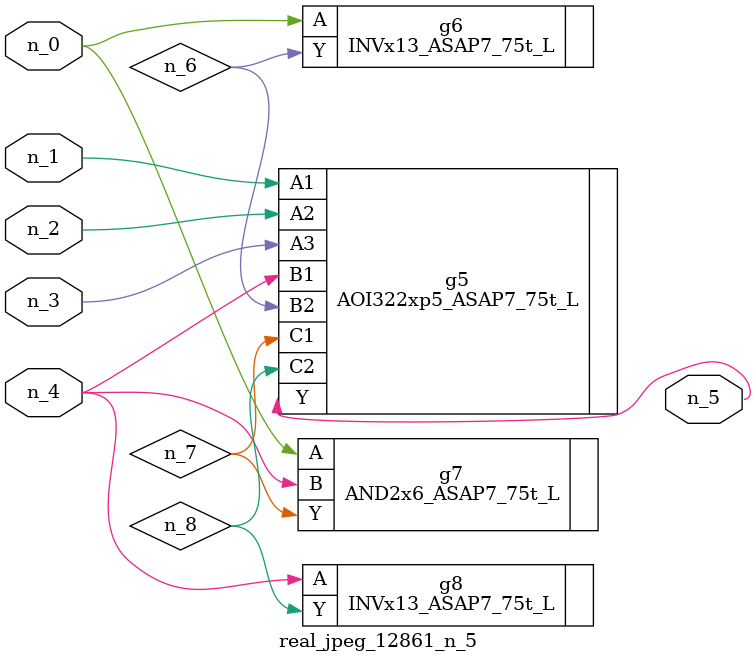
<source format=v>
module real_jpeg_12861_n_5 (n_4, n_0, n_1, n_2, n_3, n_5);

input n_4;
input n_0;
input n_1;
input n_2;
input n_3;

output n_5;

wire n_8;
wire n_6;
wire n_7;

INVx13_ASAP7_75t_L g6 ( 
.A(n_0),
.Y(n_6)
);

AND2x6_ASAP7_75t_L g7 ( 
.A(n_0),
.B(n_4),
.Y(n_7)
);

AOI322xp5_ASAP7_75t_L g5 ( 
.A1(n_1),
.A2(n_2),
.A3(n_3),
.B1(n_4),
.B2(n_6),
.C1(n_7),
.C2(n_8),
.Y(n_5)
);

INVx13_ASAP7_75t_L g8 ( 
.A(n_4),
.Y(n_8)
);


endmodule
</source>
